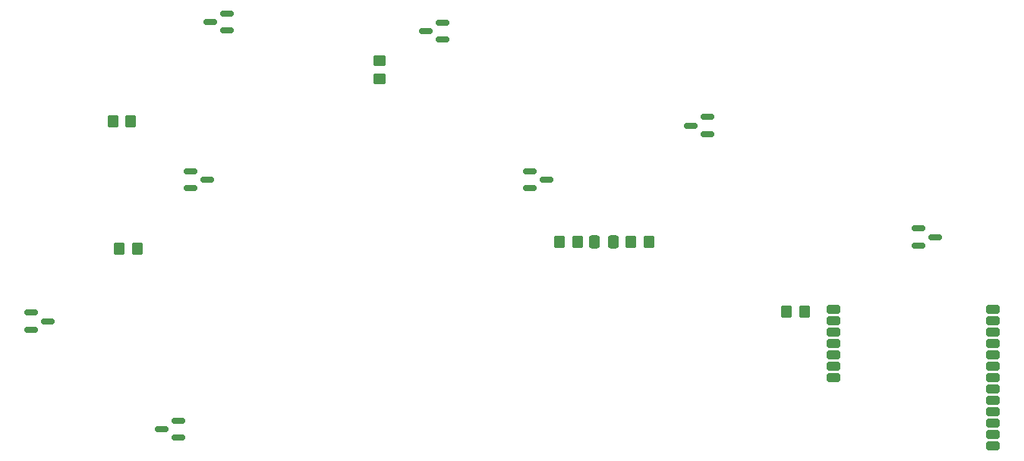
<source format=gbr>
%TF.GenerationSoftware,KiCad,Pcbnew,9.0.7*%
%TF.CreationDate,2026-01-05T21:06:01+01:00*%
%TF.ProjectId,pcb_phone_controller,7063625f-7068-46f6-9e65-5f636f6e7472,rev?*%
%TF.SameCoordinates,Original*%
%TF.FileFunction,Paste,Top*%
%TF.FilePolarity,Positive*%
%FSLAX46Y46*%
G04 Gerber Fmt 4.6, Leading zero omitted, Abs format (unit mm)*
G04 Created by KiCad (PCBNEW 9.0.7) date 2026-01-05 21:06:01*
%MOMM*%
%LPD*%
G01*
G04 APERTURE LIST*
G04 Aperture macros list*
%AMRoundRect*
0 Rectangle with rounded corners*
0 $1 Rounding radius*
0 $2 $3 $4 $5 $6 $7 $8 $9 X,Y pos of 4 corners*
0 Add a 4 corners polygon primitive as box body*
4,1,4,$2,$3,$4,$5,$6,$7,$8,$9,$2,$3,0*
0 Add four circle primitives for the rounded corners*
1,1,$1+$1,$2,$3*
1,1,$1+$1,$4,$5*
1,1,$1+$1,$6,$7*
1,1,$1+$1,$8,$9*
0 Add four rect primitives between the rounded corners*
20,1,$1+$1,$2,$3,$4,$5,0*
20,1,$1+$1,$4,$5,$6,$7,0*
20,1,$1+$1,$6,$7,$8,$9,0*
20,1,$1+$1,$8,$9,$2,$3,0*%
G04 Aperture macros list end*
%ADD10RoundRect,0.250000X0.337500X0.475000X-0.337500X0.475000X-0.337500X-0.475000X0.337500X-0.475000X0*%
%ADD11RoundRect,0.250000X-0.350000X-0.450000X0.350000X-0.450000X0.350000X0.450000X-0.350000X0.450000X0*%
%ADD12RoundRect,0.150000X0.587500X0.150000X-0.587500X0.150000X-0.587500X-0.150000X0.587500X-0.150000X0*%
%ADD13RoundRect,0.250000X0.350000X0.450000X-0.350000X0.450000X-0.350000X-0.450000X0.350000X-0.450000X0*%
%ADD14RoundRect,0.150000X-0.587500X-0.150000X0.587500X-0.150000X0.587500X0.150000X-0.587500X0.150000X0*%
%ADD15RoundRect,0.250000X0.500000X-0.250000X0.500000X0.250000X-0.500000X0.250000X-0.500000X-0.250000X0*%
%ADD16RoundRect,0.250000X-0.500000X0.250000X-0.500000X-0.250000X0.500000X-0.250000X0.500000X0.250000X0*%
%ADD17RoundRect,0.250000X-0.450000X0.350000X-0.450000X-0.350000X0.450000X-0.350000X0.450000X0.350000X0*%
G04 APERTURE END LIST*
D10*
%TO.C,C1*%
X178000000Y-122500000D03*
X175925000Y-122500000D03*
%TD*%
D11*
%TO.C,R1*%
X180000000Y-122500000D03*
X182000000Y-122500000D03*
%TD*%
D12*
%TO.C,D3*%
X134937500Y-98950000D03*
X134937500Y-97050000D03*
X133062500Y-98000000D03*
%TD*%
D13*
%TO.C,R5*%
X124200000Y-109100000D03*
X122200000Y-109100000D03*
%TD*%
%TO.C,R6*%
X199350000Y-130350000D03*
X197350000Y-130350000D03*
%TD*%
D12*
%TO.C,D7*%
X129500000Y-144400000D03*
X129500000Y-142500000D03*
X127625000Y-143450000D03*
%TD*%
D14*
%TO.C,D5*%
X212062500Y-121050000D03*
X212062500Y-122950000D03*
X213937500Y-122000000D03*
%TD*%
D12*
%TO.C,D6*%
X188500000Y-110500000D03*
X188500000Y-108600000D03*
X186625000Y-109550000D03*
%TD*%
D14*
%TO.C,D2*%
X168662500Y-114650000D03*
X168662500Y-116550000D03*
X170537500Y-115600000D03*
%TD*%
%TO.C,D8*%
X113062500Y-130450000D03*
X113062500Y-132350000D03*
X114937500Y-131400000D03*
%TD*%
D12*
%TO.C,D4*%
X158937500Y-99950000D03*
X158937500Y-98050000D03*
X157062500Y-99000000D03*
%TD*%
D15*
%TO.C,U1*%
X220390000Y-145281871D03*
X220390000Y-142741871D03*
X220390000Y-140201871D03*
X220390000Y-137661871D03*
X220390000Y-135121871D03*
X220390000Y-132581871D03*
D16*
X202610000Y-132581871D03*
X202610000Y-135121871D03*
X202610000Y-137661871D03*
D15*
X220390000Y-131311871D03*
D16*
X202610000Y-131311871D03*
X202610000Y-133851871D03*
X202610000Y-136391871D03*
D15*
X220390000Y-144011871D03*
X220390000Y-141471871D03*
X220390000Y-138931871D03*
X220390000Y-136391871D03*
X220390000Y-133851871D03*
X220390000Y-130041871D03*
D16*
X202610000Y-130041871D03*
%TD*%
D13*
%TO.C,R3*%
X124900000Y-123300000D03*
X122900000Y-123300000D03*
%TD*%
D11*
%TO.C,R2*%
X172000000Y-122500000D03*
X174000000Y-122500000D03*
%TD*%
D17*
%TO.C,R4*%
X151900000Y-102300000D03*
X151900000Y-104300000D03*
%TD*%
D14*
%TO.C,D1*%
X130862500Y-114650000D03*
X130862500Y-116550000D03*
X132737500Y-115600000D03*
%TD*%
M02*

</source>
